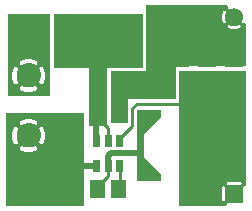
<source format=gbr>
G04 start of page 2 for group 0 idx 0 *
G04 Title: (unknown), component *
G04 Creator: pcb 20140316 *
G04 CreationDate: Thu 20 Aug 2020 03:11:14 AM GMT UTC *
G04 For: railfan *
G04 Format: Gerber/RS-274X *
G04 PCB-Dimensions (mil): 1150.00 910.00 *
G04 PCB-Coordinate-Origin: lower left *
%MOIN*%
%FSLAX25Y25*%
%LNTOP*%
%ADD22C,0.0480*%
%ADD21R,0.0240X0.0240*%
%ADD20R,0.0230X0.0230*%
%ADD19R,0.0512X0.0512*%
%ADD18R,0.0630X0.0630*%
%ADD17R,0.0550X0.0550*%
%ADD16C,0.0600*%
%ADD15C,0.0800*%
%ADD14C,0.0100*%
%ADD13C,0.0200*%
%ADD12C,0.0400*%
%ADD11C,0.0001*%
G54D11*G36*
X39000Y76000D02*X68500D01*
Y58000D01*
X39000D01*
Y76000D01*
G37*
G36*
X58000Y57000D02*X63500D01*
Y44559D01*
X63495Y44500D01*
X63500Y44441D01*
Y39500D01*
X58000D01*
Y57000D01*
G37*
G36*
X50500Y62000D02*X56500D01*
Y38500D01*
X50500D01*
Y62000D01*
G37*
G36*
X37500Y48500D02*X34993D01*
Y52645D01*
X35078Y52681D01*
X35179Y52743D01*
X35269Y52819D01*
X35345Y52909D01*
X35405Y53011D01*
X35622Y53480D01*
X35789Y53969D01*
X35909Y54472D01*
X35982Y54984D01*
X36006Y55500D01*
X35982Y56016D01*
X35909Y56528D01*
X35789Y57031D01*
X35622Y57520D01*
X35410Y57992D01*
X35349Y58093D01*
X35272Y58184D01*
X35182Y58261D01*
X35080Y58323D01*
X34993Y58360D01*
Y76000D01*
X37500D01*
Y48500D01*
G37*
G36*
X34993D02*X30502D01*
Y49994D01*
X31016Y50018D01*
X31528Y50091D01*
X32031Y50211D01*
X32520Y50378D01*
X32992Y50590D01*
X33093Y50651D01*
X33184Y50728D01*
X33261Y50818D01*
X33323Y50920D01*
X33369Y51029D01*
X33397Y51145D01*
X33406Y51263D01*
X33397Y51381D01*
X33370Y51497D01*
X33324Y51607D01*
X33262Y51708D01*
X33186Y51798D01*
X33095Y51876D01*
X32994Y51938D01*
X32885Y51984D01*
X32769Y52011D01*
X32651Y52021D01*
X32532Y52012D01*
X32417Y51984D01*
X32308Y51937D01*
X31968Y51779D01*
X31612Y51658D01*
X31247Y51570D01*
X30875Y51518D01*
X30502Y51500D01*
Y51991D01*
X30971Y52028D01*
X31430Y52138D01*
X31866Y52319D01*
X32269Y52565D01*
X32628Y52872D01*
X32935Y53231D01*
X33181Y53634D01*
X33362Y54070D01*
X33472Y54529D01*
X33500Y55000D01*
Y55500D01*
X33472Y55971D01*
X33362Y56430D01*
X33181Y56866D01*
X32935Y57269D01*
X32628Y57628D01*
X32269Y57935D01*
X31866Y58181D01*
X31430Y58362D01*
X30971Y58472D01*
X30502Y58509D01*
Y59500D01*
X30875Y59482D01*
X31247Y59430D01*
X31612Y59342D01*
X31968Y59221D01*
X32310Y59067D01*
X32418Y59020D01*
X32533Y58993D01*
X32651Y58983D01*
X32768Y58993D01*
X32883Y59021D01*
X32992Y59066D01*
X33093Y59128D01*
X33182Y59205D01*
X33259Y59295D01*
X33320Y59395D01*
X33365Y59504D01*
X33393Y59619D01*
X33402Y59737D01*
X33392Y59855D01*
X33365Y59969D01*
X33319Y60078D01*
X33257Y60179D01*
X33181Y60269D01*
X33091Y60345D01*
X32989Y60405D01*
X32520Y60622D01*
X32031Y60789D01*
X31528Y60909D01*
X31016Y60982D01*
X30502Y61006D01*
Y76000D01*
X34993D01*
Y58360D01*
X34971Y58369D01*
X34855Y58397D01*
X34737Y58406D01*
X34619Y58397D01*
X34503Y58370D01*
X34393Y58324D01*
X34292Y58262D01*
X34202Y58186D01*
X34124Y58095D01*
X34062Y57994D01*
X34016Y57885D01*
X33989Y57769D01*
X33979Y57651D01*
X33988Y57532D01*
X34016Y57417D01*
X34063Y57308D01*
X34221Y56968D01*
X34342Y56612D01*
X34430Y56247D01*
X34482Y55875D01*
X34500Y55500D01*
X34482Y55125D01*
X34430Y54753D01*
X34342Y54388D01*
X34221Y54032D01*
X34067Y53690D01*
X34020Y53582D01*
X33993Y53467D01*
X33983Y53349D01*
X33993Y53232D01*
X34021Y53117D01*
X34066Y53008D01*
X34128Y52907D01*
X34205Y52818D01*
X34295Y52741D01*
X34395Y52680D01*
X34504Y52635D01*
X34619Y52607D01*
X34737Y52598D01*
X34855Y52608D01*
X34969Y52635D01*
X34993Y52645D01*
Y48500D01*
G37*
G36*
X30502D02*X26007D01*
Y52640D01*
X26029Y52631D01*
X26145Y52603D01*
X26263Y52594D01*
X26381Y52603D01*
X26497Y52630D01*
X26607Y52676D01*
X26708Y52738D01*
X26798Y52814D01*
X26876Y52905D01*
X26938Y53006D01*
X26984Y53115D01*
X27011Y53231D01*
X27021Y53349D01*
X27012Y53468D01*
X26984Y53583D01*
X26937Y53692D01*
X26779Y54032D01*
X26658Y54388D01*
X26570Y54753D01*
X26518Y55125D01*
X26500Y55500D01*
X26518Y55875D01*
X26570Y56247D01*
X26658Y56612D01*
X26779Y56968D01*
X26933Y57310D01*
X26980Y57418D01*
X27007Y57533D01*
X27017Y57651D01*
X27007Y57768D01*
X26979Y57883D01*
X26934Y57992D01*
X26872Y58093D01*
X26795Y58182D01*
X26705Y58259D01*
X26605Y58320D01*
X26496Y58365D01*
X26381Y58393D01*
X26263Y58402D01*
X26145Y58392D01*
X26031Y58365D01*
X26007Y58355D01*
Y76000D01*
X30502D01*
Y61006D01*
X30500Y61006D01*
X29984Y60982D01*
X29472Y60909D01*
X28969Y60789D01*
X28480Y60622D01*
X28008Y60410D01*
X27907Y60349D01*
X27816Y60272D01*
X27739Y60182D01*
X27677Y60080D01*
X27631Y59971D01*
X27603Y59855D01*
X27594Y59737D01*
X27603Y59619D01*
X27630Y59503D01*
X27676Y59393D01*
X27738Y59292D01*
X27814Y59202D01*
X27905Y59124D01*
X28006Y59062D01*
X28115Y59016D01*
X28231Y58989D01*
X28349Y58979D01*
X28468Y58988D01*
X28583Y59016D01*
X28692Y59063D01*
X29032Y59221D01*
X29388Y59342D01*
X29753Y59430D01*
X30125Y59482D01*
X30500Y59500D01*
X30502Y59500D01*
Y58509D01*
X30500Y58509D01*
X30029Y58472D01*
X29570Y58362D01*
X29134Y58181D01*
X28731Y57935D01*
X28372Y57628D01*
X28065Y57269D01*
X27819Y56866D01*
X27638Y56430D01*
X27528Y55971D01*
X27500Y55500D01*
Y55000D01*
X27528Y54529D01*
X27638Y54070D01*
X27819Y53634D01*
X28065Y53231D01*
X28372Y52872D01*
X28731Y52565D01*
X29134Y52319D01*
X29570Y52138D01*
X30029Y52028D01*
X30500Y51991D01*
X30502Y51991D01*
Y51500D01*
X30500Y51500D01*
X30125Y51518D01*
X29753Y51570D01*
X29388Y51658D01*
X29032Y51779D01*
X28690Y51933D01*
X28582Y51980D01*
X28467Y52007D01*
X28349Y52017D01*
X28232Y52007D01*
X28117Y51979D01*
X28008Y51934D01*
X27907Y51872D01*
X27818Y51795D01*
X27741Y51705D01*
X27680Y51605D01*
X27635Y51496D01*
X27607Y51381D01*
X27598Y51263D01*
X27608Y51145D01*
X27635Y51031D01*
X27681Y50922D01*
X27743Y50821D01*
X27819Y50731D01*
X27909Y50655D01*
X28011Y50595D01*
X28480Y50378D01*
X28969Y50211D01*
X29472Y50091D01*
X29984Y50018D01*
X30500Y49994D01*
X30502Y49994D01*
Y48500D01*
G37*
G36*
X26007D02*X23500D01*
Y76000D01*
X26007D01*
Y58355D01*
X25922Y58319D01*
X25821Y58257D01*
X25731Y58181D01*
X25655Y58091D01*
X25595Y57989D01*
X25378Y57520D01*
X25211Y57031D01*
X25091Y56528D01*
X25018Y56016D01*
X24994Y55500D01*
X25018Y54984D01*
X25091Y54472D01*
X25211Y53969D01*
X25378Y53480D01*
X25590Y53008D01*
X25651Y52907D01*
X25728Y52816D01*
X25818Y52739D01*
X25920Y52677D01*
X26007Y52640D01*
Y48500D01*
G37*
G36*
X49000Y12000D02*X34993D01*
Y32645D01*
X35078Y32681D01*
X35179Y32743D01*
X35269Y32819D01*
X35345Y32909D01*
X35405Y33011D01*
X35622Y33480D01*
X35789Y33969D01*
X35909Y34472D01*
X35982Y34984D01*
X36006Y35500D01*
X35982Y36016D01*
X35909Y36528D01*
X35789Y37031D01*
X35622Y37520D01*
X35410Y37992D01*
X35349Y38093D01*
X35272Y38184D01*
X35182Y38261D01*
X35080Y38323D01*
X34993Y38360D01*
Y43000D01*
X49000D01*
Y12000D01*
G37*
G36*
X34993D02*X30502D01*
Y29994D01*
X31016Y30018D01*
X31528Y30091D01*
X32031Y30211D01*
X32520Y30378D01*
X32992Y30590D01*
X33093Y30651D01*
X33184Y30728D01*
X33261Y30818D01*
X33323Y30920D01*
X33369Y31029D01*
X33397Y31145D01*
X33406Y31263D01*
X33397Y31381D01*
X33370Y31497D01*
X33324Y31607D01*
X33262Y31708D01*
X33186Y31798D01*
X33095Y31876D01*
X32994Y31938D01*
X32885Y31984D01*
X32769Y32011D01*
X32651Y32021D01*
X32532Y32012D01*
X32417Y31984D01*
X32308Y31937D01*
X31968Y31779D01*
X31612Y31658D01*
X31247Y31570D01*
X30875Y31518D01*
X30502Y31500D01*
Y39500D01*
X30875Y39482D01*
X31247Y39430D01*
X31612Y39342D01*
X31968Y39221D01*
X32310Y39067D01*
X32418Y39020D01*
X32533Y38993D01*
X32651Y38983D01*
X32768Y38993D01*
X32883Y39021D01*
X32992Y39066D01*
X33093Y39128D01*
X33182Y39205D01*
X33259Y39295D01*
X33320Y39395D01*
X33365Y39504D01*
X33393Y39619D01*
X33402Y39737D01*
X33392Y39855D01*
X33365Y39969D01*
X33319Y40078D01*
X33257Y40179D01*
X33181Y40269D01*
X33091Y40345D01*
X32989Y40405D01*
X32520Y40622D01*
X32031Y40789D01*
X31528Y40909D01*
X31016Y40982D01*
X30502Y41006D01*
Y43000D01*
X34993D01*
Y38360D01*
X34971Y38369D01*
X34855Y38397D01*
X34737Y38406D01*
X34619Y38397D01*
X34503Y38370D01*
X34393Y38324D01*
X34292Y38262D01*
X34202Y38186D01*
X34124Y38095D01*
X34062Y37994D01*
X34016Y37885D01*
X33989Y37769D01*
X33979Y37651D01*
X33988Y37532D01*
X34016Y37417D01*
X34063Y37308D01*
X34221Y36968D01*
X34342Y36612D01*
X34430Y36247D01*
X34482Y35875D01*
X34500Y35500D01*
X34482Y35125D01*
X34430Y34753D01*
X34342Y34388D01*
X34221Y34032D01*
X34067Y33690D01*
X34020Y33582D01*
X33993Y33467D01*
X33983Y33349D01*
X33993Y33232D01*
X34021Y33117D01*
X34066Y33008D01*
X34128Y32907D01*
X34205Y32818D01*
X34295Y32741D01*
X34395Y32680D01*
X34504Y32635D01*
X34619Y32607D01*
X34737Y32598D01*
X34855Y32608D01*
X34969Y32635D01*
X34993Y32645D01*
Y12000D01*
G37*
G36*
X30502D02*X26007D01*
Y32640D01*
X26029Y32631D01*
X26145Y32603D01*
X26263Y32594D01*
X26381Y32603D01*
X26497Y32630D01*
X26607Y32676D01*
X26708Y32738D01*
X26798Y32814D01*
X26876Y32905D01*
X26938Y33006D01*
X26984Y33115D01*
X27011Y33231D01*
X27021Y33349D01*
X27012Y33468D01*
X26984Y33583D01*
X26937Y33692D01*
X26779Y34032D01*
X26658Y34388D01*
X26570Y34753D01*
X26518Y35125D01*
X26500Y35500D01*
X26518Y35875D01*
X26570Y36247D01*
X26658Y36612D01*
X26779Y36968D01*
X26933Y37310D01*
X26980Y37418D01*
X27007Y37533D01*
X27017Y37651D01*
X27007Y37768D01*
X26979Y37883D01*
X26934Y37992D01*
X26872Y38093D01*
X26795Y38182D01*
X26705Y38259D01*
X26605Y38320D01*
X26496Y38365D01*
X26381Y38393D01*
X26263Y38402D01*
X26145Y38392D01*
X26031Y38365D01*
X26007Y38355D01*
Y43000D01*
X30502D01*
Y41006D01*
X30500Y41006D01*
X29984Y40982D01*
X29472Y40909D01*
X28969Y40789D01*
X28480Y40622D01*
X28008Y40410D01*
X27907Y40349D01*
X27816Y40272D01*
X27739Y40182D01*
X27677Y40080D01*
X27631Y39971D01*
X27603Y39855D01*
X27594Y39737D01*
X27603Y39619D01*
X27630Y39503D01*
X27676Y39393D01*
X27738Y39292D01*
X27814Y39202D01*
X27905Y39124D01*
X28006Y39062D01*
X28115Y39016D01*
X28231Y38989D01*
X28349Y38979D01*
X28468Y38988D01*
X28583Y39016D01*
X28692Y39063D01*
X29032Y39221D01*
X29388Y39342D01*
X29753Y39430D01*
X30125Y39482D01*
X30500Y39500D01*
X30502Y39500D01*
Y31500D01*
X30500Y31500D01*
X30125Y31518D01*
X29753Y31570D01*
X29388Y31658D01*
X29032Y31779D01*
X28690Y31933D01*
X28582Y31980D01*
X28467Y32007D01*
X28349Y32017D01*
X28232Y32007D01*
X28117Y31979D01*
X28008Y31934D01*
X27907Y31872D01*
X27818Y31795D01*
X27741Y31705D01*
X27680Y31605D01*
X27635Y31496D01*
X27607Y31381D01*
X27598Y31263D01*
X27608Y31145D01*
X27635Y31031D01*
X27681Y30922D01*
X27743Y30821D01*
X27819Y30731D01*
X27909Y30655D01*
X28011Y30595D01*
X28480Y30378D01*
X28969Y30211D01*
X29472Y30091D01*
X29984Y30018D01*
X30500Y29994D01*
X30502Y29994D01*
Y12000D01*
G37*
G36*
X26007D02*X23000D01*
Y43000D01*
X26007D01*
Y38355D01*
X25922Y38319D01*
X25821Y38257D01*
X25731Y38181D01*
X25655Y38091D01*
X25595Y37989D01*
X25378Y37520D01*
X25211Y37031D01*
X25091Y36528D01*
X25018Y36016D01*
X24994Y35500D01*
X25018Y34984D01*
X25091Y34472D01*
X25211Y33969D01*
X25378Y33480D01*
X25590Y33008D01*
X25651Y32907D01*
X25728Y32816D01*
X25818Y32739D01*
X25920Y32677D01*
X26007Y32640D01*
Y12000D01*
G37*
G36*
X39000Y62000D02*Y76000D01*
X48000D01*
Y62000D01*
X39000D01*
G37*
G36*
X99000Y57000D02*X103000D01*
Y19000D01*
X102501Y18501D01*
X102500Y18502D01*
X102422Y18495D01*
X102345Y18477D01*
X102272Y18447D01*
X102205Y18406D01*
X102145Y18355D01*
X102094Y18295D01*
X102053Y18228D01*
X102023Y18155D01*
X102005Y18078D01*
X102000Y18000D01*
X99000Y15000D01*
Y19000D01*
X101000D01*
X101078Y19005D01*
X101155Y19023D01*
X101228Y19053D01*
X101295Y19094D01*
X101355Y19145D01*
X101406Y19205D01*
X101447Y19272D01*
X101477Y19345D01*
X101495Y19422D01*
X101502Y19500D01*
X101495Y19578D01*
X101477Y19655D01*
X101447Y19728D01*
X101406Y19795D01*
X101355Y19855D01*
X101295Y19906D01*
X101228Y19947D01*
X101155Y19977D01*
X101078Y19995D01*
X101000Y20000D01*
X99000D01*
Y57000D01*
G37*
G36*
X96000Y12000D02*X95500D01*
Y13498D01*
X95578Y13505D01*
X95655Y13523D01*
X95728Y13553D01*
X95795Y13594D01*
X95855Y13645D01*
X95906Y13705D01*
X95947Y13772D01*
X95977Y13845D01*
X95995Y13922D01*
X96000Y14000D01*
Y18000D01*
X95995Y18078D01*
X95977Y18155D01*
X95947Y18228D01*
X95906Y18295D01*
X95855Y18355D01*
X95795Y18406D01*
X95728Y18447D01*
X95655Y18477D01*
X95578Y18495D01*
X95500Y18502D01*
Y57000D01*
X99000D01*
Y20000D01*
X97000D01*
X96922Y19995D01*
X96845Y19977D01*
X96772Y19947D01*
X96705Y19906D01*
X96645Y19855D01*
X96594Y19795D01*
X96553Y19728D01*
X96523Y19655D01*
X96505Y19578D01*
X96498Y19500D01*
X96505Y19422D01*
X96523Y19345D01*
X96553Y19272D01*
X96594Y19205D01*
X96645Y19145D01*
X96705Y19094D01*
X96772Y19053D01*
X96845Y19023D01*
X96922Y19005D01*
X97000Y19000D01*
X99000D01*
Y15000D01*
X97000Y13000D01*
X96922Y12995D01*
X96845Y12977D01*
X96772Y12947D01*
X96705Y12906D01*
X96645Y12855D01*
X96594Y12795D01*
X96553Y12728D01*
X96523Y12655D01*
X96505Y12578D01*
X96498Y12500D01*
X96499Y12499D01*
X96000Y12000D01*
G37*
G36*
X95500D02*X80500D01*
Y57000D01*
X95500D01*
Y18502D01*
X95422Y18495D01*
X95345Y18477D01*
X95272Y18447D01*
X95205Y18406D01*
X95145Y18355D01*
X95094Y18295D01*
X95053Y18228D01*
X95023Y18155D01*
X95005Y18078D01*
X95000Y18000D01*
Y14000D01*
X95005Y13922D01*
X95023Y13845D01*
X95053Y13772D01*
X95094Y13705D01*
X95145Y13645D01*
X95205Y13594D01*
X95272Y13553D01*
X95345Y13523D01*
X95422Y13505D01*
X95500Y13498D01*
Y12000D01*
G37*
G36*
X103000Y58500D02*X99002D01*
Y71000D01*
X99182D01*
X99544Y71033D01*
X99902Y71099D01*
X100252Y71197D01*
X100592Y71326D01*
X100919Y71485D01*
X100985Y71528D01*
X101044Y71581D01*
X101094Y71643D01*
X101133Y71712D01*
X101161Y71786D01*
X101177Y71863D01*
X101181Y71942D01*
X101173Y72021D01*
X101152Y72097D01*
X101120Y72170D01*
X101077Y72236D01*
X101024Y72295D01*
X100962Y72344D01*
X100893Y72384D01*
X100819Y72412D01*
X100742Y72428D01*
X100663Y72432D01*
X100584Y72424D01*
X100507Y72403D01*
X100436Y72370D01*
X100193Y72247D01*
X99938Y72150D01*
X99676Y72077D01*
X99408Y72028D01*
X99136Y72003D01*
X99002D01*
Y76498D01*
X101733Y73767D01*
X101633Y73563D01*
X101600Y73491D01*
X101579Y73416D01*
X101571Y73337D01*
X101575Y73259D01*
X101591Y73182D01*
X101619Y73108D01*
X101658Y73040D01*
X101707Y72979D01*
X101766Y72926D01*
X101832Y72883D01*
X101904Y72851D01*
X101980Y72830D01*
X102058Y72822D01*
X102136Y72826D01*
X102213Y72842D01*
X102287Y72870D01*
X102355Y72909D01*
X102416Y72958D01*
X102469Y73017D01*
X102475Y73025D01*
X103000Y72500D01*
Y58500D01*
G37*
G36*
X99002D02*X95716D01*
Y72865D01*
X95786Y72839D01*
X95863Y72823D01*
X95942Y72819D01*
X96021Y72827D01*
X96097Y72848D01*
X96170Y72880D01*
X96236Y72923D01*
X96295Y72976D01*
X96344Y73038D01*
X96384Y73107D01*
X96412Y73181D01*
X96428Y73258D01*
X96432Y73337D01*
X96424Y73416D01*
X96403Y73493D01*
X96370Y73564D01*
X96247Y73807D01*
X96150Y74062D01*
X96077Y74324D01*
X96028Y74592D01*
X96003Y74864D01*
Y75136D01*
X96028Y75408D01*
X96077Y75676D01*
X96150Y75938D01*
X96247Y76193D01*
X96367Y76437D01*
X96400Y76509D01*
X96421Y76585D01*
X96429Y76663D01*
X96425Y76741D01*
X96409Y76818D01*
X96381Y76892D01*
X96342Y76960D01*
X96293Y77021D01*
X96234Y77074D01*
X96168Y77117D01*
X96096Y77149D01*
X96020Y77170D01*
X95942Y77178D01*
X95864Y77174D01*
X95787Y77158D01*
X95716Y77131D01*
Y79000D01*
X96500D01*
X97023Y78477D01*
X97015Y78472D01*
X96956Y78419D01*
X96906Y78357D01*
X96867Y78288D01*
X96839Y78214D01*
X96823Y78137D01*
X96819Y78058D01*
X96827Y77979D01*
X96848Y77903D01*
X96880Y77830D01*
X96923Y77764D01*
X96976Y77705D01*
X97038Y77656D01*
X97107Y77616D01*
X97181Y77588D01*
X97258Y77572D01*
X97337Y77568D01*
X97416Y77576D01*
X97493Y77597D01*
X97564Y77630D01*
X97767Y77733D01*
X99002Y76498D01*
Y72003D01*
X98864D01*
X98592Y72028D01*
X98324Y72077D01*
X98062Y72150D01*
X97807Y72247D01*
X97563Y72367D01*
X97491Y72400D01*
X97415Y72421D01*
X97337Y72429D01*
X97259Y72425D01*
X97182Y72409D01*
X97108Y72381D01*
X97040Y72342D01*
X96979Y72293D01*
X96926Y72234D01*
X96883Y72168D01*
X96851Y72096D01*
X96830Y72020D01*
X96822Y71942D01*
X96826Y71864D01*
X96842Y71787D01*
X96870Y71713D01*
X96909Y71645D01*
X96958Y71584D01*
X97017Y71531D01*
X97083Y71489D01*
X97408Y71326D01*
X97748Y71197D01*
X98098Y71099D01*
X98456Y71033D01*
X98818Y71000D01*
X99002D01*
Y58500D01*
G37*
G36*
X95716D02*X69500D01*
Y79000D01*
X95716D01*
Y77131D01*
X95713Y77130D01*
X95645Y77091D01*
X95584Y77042D01*
X95531Y76983D01*
X95489Y76917D01*
X95326Y76592D01*
X95197Y76252D01*
X95099Y75902D01*
X95033Y75544D01*
X95000Y75182D01*
Y74818D01*
X95033Y74456D01*
X95099Y74098D01*
X95197Y73748D01*
X95326Y73408D01*
X95485Y73081D01*
X95528Y73015D01*
X95581Y72956D01*
X95643Y72906D01*
X95712Y72867D01*
X95716Y72865D01*
Y58500D01*
G37*
G36*
X79500Y47500D02*X69500D01*
Y76000D01*
X79500D01*
Y47500D01*
G37*
G36*
X66559D01*
X66500Y47505D01*
X66441Y47500D01*
X58000D01*
Y57000D01*
X79500D01*
Y47500D01*
G37*
G36*
X80500Y57000D02*X93000D01*
Y51500D01*
X88000Y46500D01*
X80500D01*
Y57000D01*
G37*
G54D12*X30500Y55500D02*Y55000D01*
G54D13*X53150Y25350D02*X45500D01*
G54D14*X60950D02*Y18500D01*
X57050Y22050D02*X53500Y18500D01*
X57050Y25350D02*Y22050D01*
G54D13*X58000Y29500D02*X68000D01*
X57050Y28550D02*X58000Y29500D01*
X57050Y25350D02*Y28550D01*
G54D14*Y37950D02*X53150Y41850D01*
X57050Y33550D02*Y37950D01*
G54D13*X53150Y33550D02*Y42500D01*
G54D14*X65000Y38500D02*X61000Y34500D01*
X65000Y44500D02*Y38500D01*
X66500Y46000D02*X82500D01*
X65000Y44500D02*X66500Y46000D01*
G54D15*X30500Y55500D03*
Y35500D03*
G54D11*G36*
X96000Y19000D02*Y13000D01*
X102000D01*
Y19000D01*
X96000D01*
G37*
G54D16*X99000Y75000D03*
G54D17*X30500Y73000D02*Y71000D01*
X43500Y73000D02*Y71000D01*
G54D18*X55008Y61500D02*X61307D01*
X74693D02*X80992D01*
G54D19*X98607Y53957D02*X99393D01*
X98607Y61043D02*X99393D01*
G54D20*X89250Y42750D02*Y21350D01*
G54D19*X89607Y53957D02*X90393D01*
X89607Y61043D02*X90393D01*
X60593Y17943D02*Y17157D01*
X53507Y17943D02*Y17157D01*
G54D20*X67850Y21350D02*X73450D01*
X83650D02*X89250D01*
G54D11*G36*
X69000Y28094D02*X74594Y22500D01*
X72473Y20379D01*
X66879Y25973D01*
X69000Y28094D01*
G37*
G36*
X82506Y22500D02*X88100Y28094D01*
X90221Y25973D01*
X84627Y20379D01*
X82506Y22500D01*
G37*
G36*
X67000Y24500D02*Y20500D01*
X71000D01*
Y24500D01*
X67000D01*
G37*
G36*
X86100D02*Y20500D01*
X90100D01*
Y24500D01*
X86100D01*
G37*
G54D20*X67850Y42750D02*X73450D01*
X83650D02*X89250D01*
G54D11*G36*
X66879Y38127D02*X72473Y43721D01*
X74594Y41600D01*
X69000Y36006D01*
X66879Y38127D01*
G37*
G36*
X84627Y43721D02*X90221Y38127D01*
X88100Y36006D01*
X82506Y41600D01*
X84627Y43721D01*
G37*
G36*
X67000Y43600D02*Y39600D01*
X71000D01*
Y43600D01*
X67000D01*
G37*
G36*
X86100D02*Y39600D01*
X90100D01*
Y43600D01*
X86100D01*
G37*
G54D19*X53457Y42893D02*Y42107D01*
X60543Y42893D02*Y42107D01*
G54D21*X53150Y34350D02*Y32750D01*
G54D20*X67850Y42750D02*Y21350D01*
G54D21*X60950Y34350D02*Y32750D01*
X57050Y34350D02*Y32750D01*
X53150Y26150D02*Y24550D01*
X57050Y26150D02*Y24550D01*
X60950Y26150D02*Y24550D01*
G54D12*X78000Y69500D03*
X86500Y72500D03*
X73500Y55000D03*
X76000Y50500D03*
X71000D03*
X66000D03*
X61000Y48500D03*
X91500Y72500D03*
X73000Y69500D03*
G54D13*G54D22*G54D12*M02*

</source>
